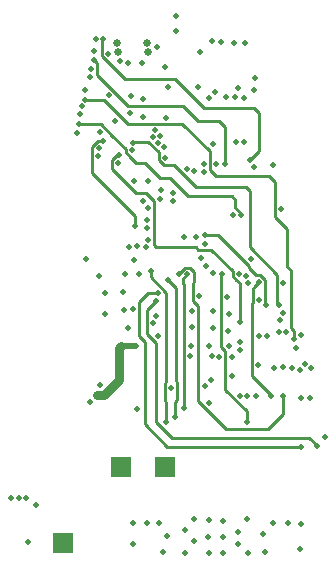
<source format=gbr>
G04 #@! TF.GenerationSoftware,KiCad,Pcbnew,(6.0.4)*
G04 #@! TF.CreationDate,2022-07-14T10:50:46-04:00*
G04 #@! TF.ProjectId,ratkit_design,7261746b-6974-45f6-9465-7369676e2e6b,RatKit2022_proA*
G04 #@! TF.SameCoordinates,PX41672a0PY65bcec0*
G04 #@! TF.FileFunction,Copper,L3,Inr*
G04 #@! TF.FilePolarity,Positive*
%FSLAX46Y46*%
G04 Gerber Fmt 4.6, Leading zero omitted, Abs format (unit mm)*
G04 Created by KiCad (PCBNEW (6.0.4)) date 2022-07-14 10:50:46*
%MOMM*%
%LPD*%
G01*
G04 APERTURE LIST*
G04 #@! TA.AperFunction,ComponentPad*
%ADD10R,1.700000X1.700000*%
G04 #@! TD*
G04 #@! TA.AperFunction,ViaPad*
%ADD11C,0.508000*%
G04 #@! TD*
G04 #@! TA.AperFunction,ViaPad*
%ADD12C,0.660400*%
G04 #@! TD*
G04 #@! TA.AperFunction,Conductor*
%ADD13C,0.254000*%
G04 #@! TD*
G04 #@! TA.AperFunction,Conductor*
%ADD14C,0.762000*%
G04 #@! TD*
G04 #@! TA.AperFunction,Conductor*
%ADD15C,0.508000*%
G04 #@! TD*
G04 APERTURE END LIST*
D10*
G04 #@! TO.N,GND*
G04 #@! TO.C,J102*
X12344400Y6502400D03*
G04 #@! TD*
G04 #@! TO.N,V_Pot*
G04 #@! TO.C,J103*
X20955000Y12954000D03*
G04 #@! TD*
G04 #@! TO.N,V_Blue*
G04 #@! TO.C,J101*
X17272000Y12954000D03*
G04 #@! TD*
D11*
G04 #@! TO.N,GND*
X27635200Y40436800D03*
X18288000Y8229600D03*
X21158200Y7086600D03*
X20574000Y35636200D03*
X27965400Y28473400D03*
X32791400Y21691600D03*
X18288000Y6375400D03*
X26720800Y34290000D03*
X16179800Y44424600D03*
X32410400Y21183600D03*
X24688800Y23139400D03*
X29591000Y24028400D03*
X20345400Y24028400D03*
X26797000Y48869600D03*
X18237200Y26314400D03*
X15367000Y29133800D03*
D12*
X16916400Y48818800D03*
D11*
X30124400Y8178800D03*
X26187400Y27355800D03*
X26877582Y44290818D03*
X30226000Y21336000D03*
X19075400Y42570400D03*
X25019000Y26162000D03*
D12*
X19481800Y48031400D03*
D11*
X23749000Y45135800D03*
X21869400Y49809400D03*
X27305000Y22809200D03*
X29438600Y5740400D03*
X15113000Y49149000D03*
D12*
X16941800Y48031400D03*
D11*
X19405600Y8229600D03*
X15494000Y19837400D03*
X19075400Y44069000D03*
X17932400Y31546800D03*
X29235400Y7239000D03*
X23190200Y23139400D03*
X21488900Y19583900D03*
X23113011Y22301200D03*
X17830800Y24662900D03*
X33248600Y18745200D03*
X20370800Y40360600D03*
X13944600Y43459400D03*
X24409400Y29946600D03*
X19100800Y35458400D03*
X27305000Y18973800D03*
X28498800Y38354000D03*
X32410400Y5969000D03*
X24688800Y18364200D03*
X26365200Y25908000D03*
X15875500Y27660600D03*
X20878800Y40030400D03*
X30937200Y25984200D03*
X23926800Y48031400D03*
X17018000Y38709600D03*
X22580600Y32433035D03*
X21082000Y42494200D03*
X28702000Y18923000D03*
D12*
X19456400Y48844200D03*
D11*
X27101800Y45059600D03*
X20624800Y36398200D03*
X18770600Y29238600D03*
X15392400Y39903400D03*
X24917400Y48996600D03*
X14300200Y30505400D03*
X32435800Y24104600D03*
X20802600Y5715000D03*
X31242000Y24358600D03*
X16738600Y42265600D03*
X14935200Y48183800D03*
X31750000Y21336000D03*
X17957800Y42900600D03*
X25019000Y24663400D03*
X18161000Y39751000D03*
X25171400Y44653200D03*
X22787057Y38154057D03*
X13487400Y41198800D03*
X20472400Y8204200D03*
X23241000Y26162000D03*
X19380200Y31521400D03*
X21869400Y51104800D03*
X9220200Y10287000D03*
X27813000Y29083000D03*
X9398000Y6604000D03*
X24231600Y38582600D03*
X28956000Y27071700D03*
X24384000Y19786600D03*
X24673541Y44135069D03*
X32486600Y18745200D03*
X20929600Y46786800D03*
X15875000Y25857200D03*
X24003000Y30657800D03*
X20574000Y40995600D03*
X18059400Y44323000D03*
X26604885Y20616182D03*
X32054800Y22987000D03*
X31387212Y8173427D03*
X20980400Y39090600D03*
X26593800Y22225000D03*
X19431000Y33172400D03*
X28829000Y21590000D03*
X19939000Y25095200D03*
X26263600Y24485600D03*
X18364200Y37109400D03*
X14579600Y18465800D03*
X20269200Y48488600D03*
X32461200Y8128000D03*
X7924800Y10287000D03*
X25273000Y38582600D03*
X26390600Y23139400D03*
X23241000Y24790400D03*
G04 #@! TO.N,/RatKit_Main/uRSTN*
X19939000Y40843200D03*
X8585200Y10287000D03*
X18618200Y17881600D03*
X18555145Y31668379D03*
G04 #@! TO.N,V_Blue*
X15417800Y41325800D03*
X27609800Y44195502D03*
X17805400Y47142400D03*
X25908000Y7035800D03*
X30810200Y34798000D03*
X25908000Y5613400D03*
X25730200Y48920400D03*
X19050000Y47117000D03*
X24612600Y7035800D03*
X25044400Y40259000D03*
X23444200Y38023800D03*
X21641383Y36163643D03*
X28524200Y44831000D03*
X19507200Y37160200D03*
X28549600Y45847000D03*
X10007600Y9677400D03*
X30073600Y38506400D03*
X24663400Y8407400D03*
X21666200Y35483800D03*
X24663400Y5613400D03*
X20116800Y41478200D03*
X25908000Y8382000D03*
X27736800Y48793400D03*
G04 #@! TO.N,pVbias_Cap*
X23799800Y27406600D03*
G04 #@! TO.N,V_Pot*
X20202443Y25730700D03*
X24815800Y20294600D03*
X17449800Y26212800D03*
X17576800Y29235400D03*
X22682200Y5664200D03*
X22656800Y7569200D03*
X23444200Y6680200D03*
X34493200Y15443200D03*
X27178000Y6451600D03*
X27203400Y29311600D03*
X27152600Y7467600D03*
X18364200Y30480000D03*
X17398500Y27762200D03*
X25552400Y22250400D03*
X24942800Y22301200D03*
X30988000Y28473400D03*
X27940000Y8509000D03*
X23444200Y8509000D03*
X28233195Y30523519D03*
X23571200Y32433035D03*
X27965400Y5638800D03*
X25019000Y29337000D03*
G04 #@! TO.N,Net-(D1-Pad2)*
X33289410Y21298434D03*
G04 #@! TO.N,/RatKit_Main/uSWDIO*
X16154400Y47929800D03*
X26974800Y40411400D03*
G04 #@! TO.N,/RatKit_Main/uSWDCLK*
X17170400Y47320200D03*
X26162000Y44297600D03*
G04 #@! TO.N,/RatKit_Main/PB0_ADC_VINM1*
X13797636Y42842152D03*
X19532600Y34899600D03*
G04 #@! TO.N,/RatKit_Main/PB1_ADC_VINP1*
X13649243Y41951357D03*
X27372105Y34261163D03*
G04 #@! TO.N,/RatKit_Main/uI2C1_SDA*
X15748000Y49149000D03*
X28168600Y38912800D03*
G04 #@! TO.N,/RatKit_Main/PB2_ADC_VINM0*
X19481800Y32156400D03*
G04 #@! TO.N,/RatKit_Main/uI2C1_SCL*
X26009600Y38557200D03*
X14909800Y47421800D03*
G04 #@! TO.N,/RatKit_Main/PB3_ADC_VINP0*
X19456400Y33858200D03*
G04 #@! TO.N,/RatKit_Main/uI2C1_SMBA*
X24244704Y37936795D03*
X21183600Y45085000D03*
G04 #@! TO.N,/RatKit_Main/PB4_pRSTN*
X18415000Y33375600D03*
X15697700Y40504315D03*
X29489400Y26670000D03*
X24384000Y32613600D03*
G04 #@! TO.N,/RatKit_Main/SPI1_NSS*
X31903415Y23724647D03*
X14198600Y44043600D03*
G04 #@! TO.N,/RatKit_Main/SPI1_MISO*
X30607000Y24358600D03*
X14206687Y44842372D03*
X15290800Y39268400D03*
X24358600Y31851600D03*
G04 #@! TO.N,/RatKit_Main/SPI1_SCK*
X14579600Y45974000D03*
X27305000Y23495000D03*
G04 #@! TO.N,/RatKit_Main/SPI1_MOSI*
X14706600Y46634400D03*
X28956000Y24056700D03*
G04 #@! TO.N,/RatKit_Main/INT_pIn_uACKOUT*
X30632400Y26670000D03*
X18233943Y40382743D03*
G04 #@! TO.N,/RatKit_Main/INT_pINTOUT_uIn*
X30683200Y25400000D03*
G04 #@! TO.N,/RatKit_Main/INT_pACKOUT_uIn*
X27279600Y25171400D03*
X17037321Y39353735D03*
G04 #@! TO.N,/RatKit_Main/pXTAL1*
X27940000Y18923000D03*
G04 #@! TO.N,/RatKit_Main/pXTAL0*
X30937200Y21361400D03*
G04 #@! TO.N,/RatKit_Main/E_AIN0*
X33807400Y14706600D03*
X20193000Y27000200D03*
G04 #@! TO.N,/RatKit_Main/E_AIN1*
X20345400Y27660600D03*
X32461200Y14655800D03*
G04 #@! TO.N,/RatKit_Main/E_AFE2*
X30988000Y18903502D03*
X22123400Y29286200D03*
G04 #@! TO.N,/RatKit_Main/E_AIN2*
X21818600Y17195800D03*
X21232965Y28722321D03*
G04 #@! TO.N,/RatKit_Main/E_AFE3*
X29921200Y18948400D03*
X28905200Y28575000D03*
G04 #@! TO.N,/RatKit_Main/E_AIN3*
X21056600Y16738600D03*
X19735800Y29489400D03*
G04 #@! TO.N,/RatKit_Main/E_AFE4*
X27863800Y16738600D03*
X25781000Y29260800D03*
G04 #@! TO.N,/RatKit_Main/E_AFE1*
X22606000Y17907000D03*
X22860000Y29286200D03*
G04 #@! TO.N,/RatKit_Main/DE0*
X18491200Y23164800D03*
X15189200Y19024600D03*
G04 #@! TD*
D13*
G04 #@! TO.N,/RatKit_Main/PB1_ADC_VINP1*
X26619200Y35839400D02*
X26924000Y35534600D01*
X27372105Y34400695D02*
X27372105Y34261163D01*
X26924000Y34848800D02*
X27372105Y34400695D01*
X18542000Y38633400D02*
X19253200Y38633400D01*
X16484600Y40970200D02*
X17627600Y39827200D01*
X19253200Y38633400D02*
X20497800Y37388800D01*
X27381200Y34270258D02*
X27372105Y34261163D01*
X20497800Y37388800D02*
X21386800Y37388800D01*
X17627600Y39566670D02*
X18002570Y39191700D01*
X16484600Y40976730D02*
X16484600Y40970200D01*
X17627600Y39827200D02*
X17627600Y39566670D01*
X15509973Y41951357D02*
X16484600Y40976730D01*
X18002570Y39172830D02*
X18542000Y38633400D01*
X13649243Y41951357D02*
X15509973Y41951357D01*
X22936200Y35839400D02*
X26619200Y35839400D01*
X18002570Y39191700D02*
X18002570Y39172830D01*
X21386800Y37388800D02*
X22936200Y35839400D01*
X26924000Y35534600D02*
X26924000Y34848800D01*
G04 #@! TO.N,/RatKit_Main/uI2C1_SDA*
X28956000Y42875200D02*
X28956000Y39700200D01*
X15748000Y49149000D02*
X15646889Y49047889D01*
X17577289Y45770311D02*
X21819089Y45770311D01*
X24257000Y43332400D02*
X28498800Y43332400D01*
X28498800Y43332400D02*
X28956000Y42875200D01*
X15646889Y49047889D02*
X15646889Y47700711D01*
X21819089Y45770311D02*
X24257000Y43332400D01*
X28956000Y39700200D02*
X28168600Y38912800D01*
X15646889Y47700711D02*
X17577289Y45770311D01*
G04 #@! TO.N,/RatKit_Main/uI2C1_SCL*
X15214600Y46151800D02*
X17856200Y43510200D01*
X17856200Y43510200D02*
X22510930Y43510200D01*
X25501600Y42240200D02*
X26009600Y41732200D01*
X22510930Y43510200D02*
X23780930Y42240200D01*
X26009600Y41732200D02*
X26009600Y38557200D01*
X14909800Y47421800D02*
X15214600Y47117000D01*
X15214600Y47117000D02*
X15214600Y46151800D01*
X23780930Y42240200D02*
X25501600Y42240200D01*
G04 #@! TO.N,/RatKit_Main/PB4_pRSTN*
X29013330Y29184600D02*
X28676600Y29184600D01*
X14782800Y40011530D02*
X14782800Y37846000D01*
X28676600Y29184600D02*
X28067000Y29794200D01*
X29464000Y26695400D02*
X29464000Y28733930D01*
X15697700Y40504315D02*
X15275585Y40504315D01*
X15275585Y40504315D02*
X14782800Y40011530D01*
X18415000Y34213800D02*
X18415000Y33375600D01*
X14782800Y37846000D02*
X18415000Y34213800D01*
X28067000Y29972000D02*
X25425400Y32613600D01*
X29489400Y26670000D02*
X29464000Y26695400D01*
X28067000Y29794200D02*
X28067000Y29972000D01*
X25425400Y32613600D02*
X24384000Y32613600D01*
X29464000Y28733930D02*
X29013330Y29184600D01*
G04 #@! TO.N,/RatKit_Main/SPI1_NSS*
X31318200Y33045400D02*
X31318200Y29895800D01*
X30276800Y34086800D02*
X31318200Y33045400D01*
X31903415Y24459185D02*
X31903415Y23724647D01*
X15773400Y44043600D02*
X17830311Y41986689D01*
X25247600Y37541200D02*
X29794200Y37541200D01*
X14198600Y44043600D02*
X15773400Y44043600D01*
X21995911Y41986689D02*
X21996400Y41986200D01*
X24739600Y38049200D02*
X25247600Y37541200D01*
X30276800Y37058600D02*
X30276800Y34086800D01*
X22402800Y41986200D02*
X24739600Y39649400D01*
X31318200Y29895800D02*
X31622511Y29591489D01*
X31623000Y24739600D02*
X31903415Y24459185D01*
X31622511Y26111689D02*
X31623000Y26111200D01*
X31623000Y26111200D02*
X31623000Y24739600D01*
X17830311Y41986689D02*
X21995911Y41986689D01*
X21996400Y41986200D02*
X22402800Y41986200D01*
X24739600Y39649400D02*
X24739600Y38049200D01*
X31622511Y29591489D02*
X31622511Y26111689D01*
X29794200Y37541200D02*
X30276800Y37058600D01*
G04 #@! TO.N,/RatKit_Main/INT_pIn_uACKOUT*
X23571200Y36652200D02*
X27813000Y36652200D01*
X27813000Y36652200D02*
X28143200Y36322000D01*
X18233943Y40382743D02*
X18338800Y40487600D01*
X30480489Y26821911D02*
X30632400Y26670000D01*
X20872270Y38481000D02*
X21742400Y38481000D01*
X18338800Y40487600D02*
X19526070Y40487600D01*
X28143200Y31546800D02*
X30480489Y29209511D01*
X30480489Y29209511D02*
X30480489Y26821911D01*
X21742400Y38481000D02*
X23571200Y36652200D01*
X20421600Y39592070D02*
X20421600Y38931670D01*
X28143200Y36322000D02*
X28143200Y31546800D01*
X20421600Y38931670D02*
X20872270Y38481000D01*
X19526070Y40487600D02*
X20421600Y39592070D01*
G04 #@! TO.N,/RatKit_Main/INT_pACKOUT_uIn*
X26993670Y28803600D02*
X26695400Y29101870D01*
X27279600Y25171400D02*
X27279600Y28524200D01*
X20066000Y31699200D02*
X20066000Y35458400D01*
X26695400Y29101870D02*
X26695400Y29514800D01*
X23799311Y31344089D02*
X23545800Y31597600D01*
X16510489Y38201111D02*
X16510489Y38964089D01*
X23545800Y31597600D02*
X20167600Y31597600D01*
X27279600Y28524200D02*
X27000200Y28803600D01*
X27000200Y28803600D02*
X26993670Y28803600D01*
X26695400Y29514800D02*
X24866111Y31344089D01*
X16900135Y39353735D02*
X17037321Y39353735D01*
X18542000Y36169600D02*
X16510489Y38201111D01*
X24866111Y31344089D02*
X23799311Y31344089D01*
X16510489Y38964089D02*
X16900135Y39353735D01*
X20167600Y31597600D02*
X20066000Y31699200D01*
X20066000Y35458400D02*
X19354800Y36169600D01*
X19354800Y36169600D02*
X18542000Y36169600D01*
G04 #@! TO.N,/RatKit_Main/E_AIN0*
X21513800Y15417800D02*
X21742400Y15417800D01*
X19431489Y24224581D02*
X20218400Y23437670D01*
X20218400Y17983200D02*
X20218400Y16713200D01*
X20218400Y23437670D02*
X20218400Y17983200D01*
X19431489Y26238689D02*
X19431489Y24224581D01*
X21742400Y15417800D02*
X33172400Y15417800D01*
X33807400Y14782800D02*
X33807400Y14706600D01*
X33172400Y15417800D02*
X33807400Y14782800D01*
X20218400Y16713200D02*
X21513800Y15417800D01*
X20193000Y27000200D02*
X19431489Y26238689D01*
G04 #@! TO.N,/RatKit_Main/E_AIN1*
X19227800Y16586200D02*
X21158200Y14655800D01*
X20345400Y27660600D02*
X19532600Y27660600D01*
X19227800Y17627600D02*
X19227800Y16586200D01*
X19532600Y27660600D02*
X18770600Y26898600D01*
X19227800Y23545800D02*
X19227800Y17627600D01*
X18770600Y26898600D02*
X18770600Y24003000D01*
X18770600Y24003000D02*
X19227800Y23545800D01*
X21158200Y14655800D02*
X32461200Y14655800D01*
G04 #@! TO.N,/RatKit_Main/E_AFE2*
X23292289Y27025111D02*
X23774400Y26543000D01*
X23292289Y28473889D02*
X23292289Y27025111D01*
X22123400Y29286200D02*
X22656800Y29819600D01*
X30988000Y17449800D02*
X30988000Y18903502D01*
X23774400Y26543000D02*
X23774400Y18516600D01*
X23044330Y29819600D02*
X23393400Y29470530D01*
X26111200Y16179800D02*
X29718000Y16179800D01*
X24587200Y17703800D02*
X26111200Y16179800D01*
X23393400Y28575000D02*
X23292289Y28473889D01*
X23774400Y18516600D02*
X24587200Y17703800D01*
X29718000Y16179800D02*
X30988000Y17449800D01*
X23393400Y29470530D02*
X23393400Y28575000D01*
X22656800Y29819600D02*
X22961600Y29819600D01*
X22961600Y29819600D02*
X23044330Y29819600D01*
G04 #@! TO.N,/RatKit_Main/E_AIN2*
X21818600Y18440400D02*
X21818600Y17195800D01*
X21894800Y28060486D02*
X21894800Y20218400D01*
X21894800Y20218400D02*
X21996411Y20116789D01*
X21996411Y20116789D02*
X21996411Y18618211D01*
X21232965Y28722321D02*
X21894800Y28060486D01*
X21996411Y18618211D02*
X21818600Y18440400D01*
G04 #@! TO.N,/RatKit_Main/E_AFE3*
X29921200Y18999200D02*
X29921200Y18948400D01*
X28321489Y26734481D02*
X28321489Y20598911D01*
X28498800Y28117800D02*
X28448489Y28067489D01*
X28905200Y28575000D02*
X28498800Y28168600D01*
X28498800Y28168600D02*
X28498800Y28117800D01*
X28448489Y28067489D02*
X28448489Y26861481D01*
X28321489Y20598911D02*
X29921200Y18999200D01*
X28448489Y26861481D02*
X28321489Y26734481D01*
G04 #@! TO.N,/RatKit_Main/E_AIN3*
X21056600Y17830800D02*
X21056600Y16738600D01*
X19735800Y29489400D02*
X19735800Y29032200D01*
X21056600Y18440400D02*
X21056600Y17830800D01*
X20981389Y20041589D02*
X20981389Y18515611D01*
X21082000Y20142200D02*
X20981389Y20041589D01*
X19735800Y29032200D02*
X21082000Y27686000D01*
X20981389Y18515611D02*
X21056600Y18440400D01*
X21082000Y27686000D02*
X21082000Y20142200D01*
G04 #@! TO.N,/RatKit_Main/E_AFE4*
X26060400Y19456400D02*
X26060400Y22733000D01*
X27863800Y16738600D02*
X27863800Y17653000D01*
X25679889Y29159689D02*
X25781000Y29260800D01*
X27863800Y17653000D02*
X26060400Y19456400D01*
X25679889Y23113511D02*
X25679889Y29159689D01*
X26060400Y22733000D02*
X25679889Y23113511D01*
G04 #@! TO.N,/RatKit_Main/E_AFE1*
X22605511Y17907489D02*
X22606000Y17907000D01*
X22605511Y28321489D02*
X22605511Y17907489D01*
X22453600Y28473400D02*
X22605511Y28321489D01*
X22453600Y28879800D02*
X22453600Y28473400D01*
X22860000Y29286200D02*
X22453600Y28879800D01*
D14*
G04 #@! TO.N,/RatKit_Main/DE0*
X17043400Y20309860D02*
X17043400Y23012400D01*
D15*
X18491200Y23164800D02*
X17195800Y23164800D01*
D14*
X15189200Y19024600D02*
X15758140Y19024600D01*
X17043400Y23012400D02*
X17195800Y23164800D01*
X15758140Y19024600D02*
X17043400Y20309860D01*
G04 #@! TD*
M02*

</source>
